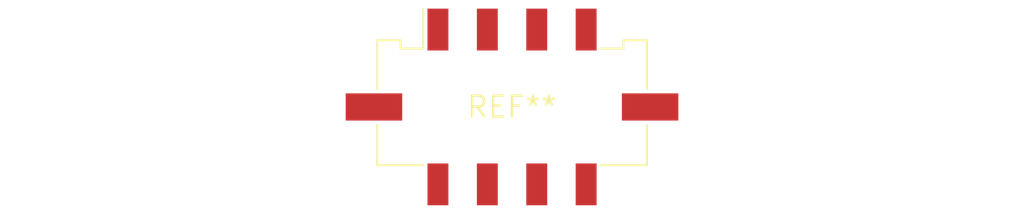
<source format=kicad_pcb>
(kicad_pcb (version 20240108) (generator pcbnew)
  (layers (0 "F.Cu" signal) (31 "B.Cu" signal) (34 "B.Paste" user) (35 "F.Paste" user) (36 "B.SilkS" user "B.Silkscreen") (37 "F.SilkS" user "F.Silkscreen") (38 "B.Mask" user) (39 "F.Mask" user) (44 "Edge.Cuts" user))
  (net 0 "")
  (footprint "Molex_Micro-Fit_3.0_43045-0818_2x04-1MP_P3.00mm_Vertical" (layer "F.Cu") (at 0 0)
    (property "Reference" "REF**")
    (property "Value" "Molex_Micro-Fit_3.0_43045-0818_2x04-1MP_P3.00mm_Vertical")
    (fp_line (start -8.185 -4.05) (end -6.765 -4.05) (layer "F.SilkS") (stroke (width 0.12)))
    (fp_line (start -8.185 -1.085) (end -8.185 -4.05) (layer "F.SilkS") (stroke (width 0.12)))
    (fp_line (start -8.185 1.085) (end -8.185 3.54) (layer "F.SilkS") (stroke (width 0.12)))
    (fp_line (start -8.185 3.54) (end -5.395 3.54) (layer "F.SilkS") (stroke (width 0.12)))
    (fp_line (start -6.765 -4.05) (end -6.765 -3.55) (layer "F.SilkS") (stroke (width 0.12)))
    (fp_line (start -6.765 -3.55) (end -5.395 -3.55) (layer "F.SilkS") (stroke (width 0.12)))
    (fp_line (start -5.395 -3.55) (end -5.395 -5.97) (layer "F.SilkS") (stroke (width 0.12)))
    (fp_line (start 6.765 -4.05) (end 6.765 -3.55) (layer "F.SilkS") (stroke (width 0.12)))
    (fp_line (start 6.765 -3.55) (end 5.395 -3.55) (layer "F.SilkS") (stroke (width 0.12)))
    (fp_line (start 8.185 -4.05) (end 6.765 -4.05) (layer "F.SilkS") (stroke (width 0.12)))
    (fp_line (start 8.185 -1.085) (end 8.185 -4.05) (layer "F.SilkS") (stroke (width 0.12)))
    (fp_line (start 8.185 1.085) (end 8.185 3.54) (layer "F.SilkS") (stroke (width 0.12)))
    (fp_line (start 8.185 3.54) (end 5.395 3.54) (layer "F.SilkS") (stroke (width 0.12)))
    (pad "1" smd rect (at -4.5 -4.7) (size 1.27 2.54) (layers "F.Cu" "F.Paste" "F.Mask"))
    (pad "2" smd rect (at -1.5 -4.7) (size 1.27 2.54) (layers "F.Cu" "F.Paste" "F.Mask"))
    (pad "3" smd rect (at 1.5 -4.7) (size 1.27 2.54) (layers "F.Cu" "F.Paste" "F.Mask"))
    (pad "4" smd rect (at 4.5 -4.7) (size 1.27 2.54) (layers "F.Cu" "F.Paste" "F.Mask"))
    (pad "5" smd rect (at -4.5 4.7) (size 1.27 2.54) (layers "F.Cu" "F.Paste" "F.Mask"))
    (pad "6" smd rect (at -1.5 4.7) (size 1.27 2.54) (layers "F.Cu" "F.Paste" "F.Mask"))
    (pad "7" smd rect (at 1.5 4.7) (size 1.27 2.54) (layers "F.Cu" "F.Paste" "F.Mask"))
    (pad "8" smd rect (at 4.5 4.7) (size 1.27 2.54) (layers "F.Cu" "F.Paste" "F.Mask"))
    (pad "MP" smd rect (at -8.385 0) (size 3.43 1.65) (layers "F.Cu" "F.Paste" "F.Mask"))
    (pad "MP" smd rect (at 8.385 0) (size 3.43 1.65) (layers "F.Cu" "F.Paste" "F.Mask"))
  )
)
</source>
